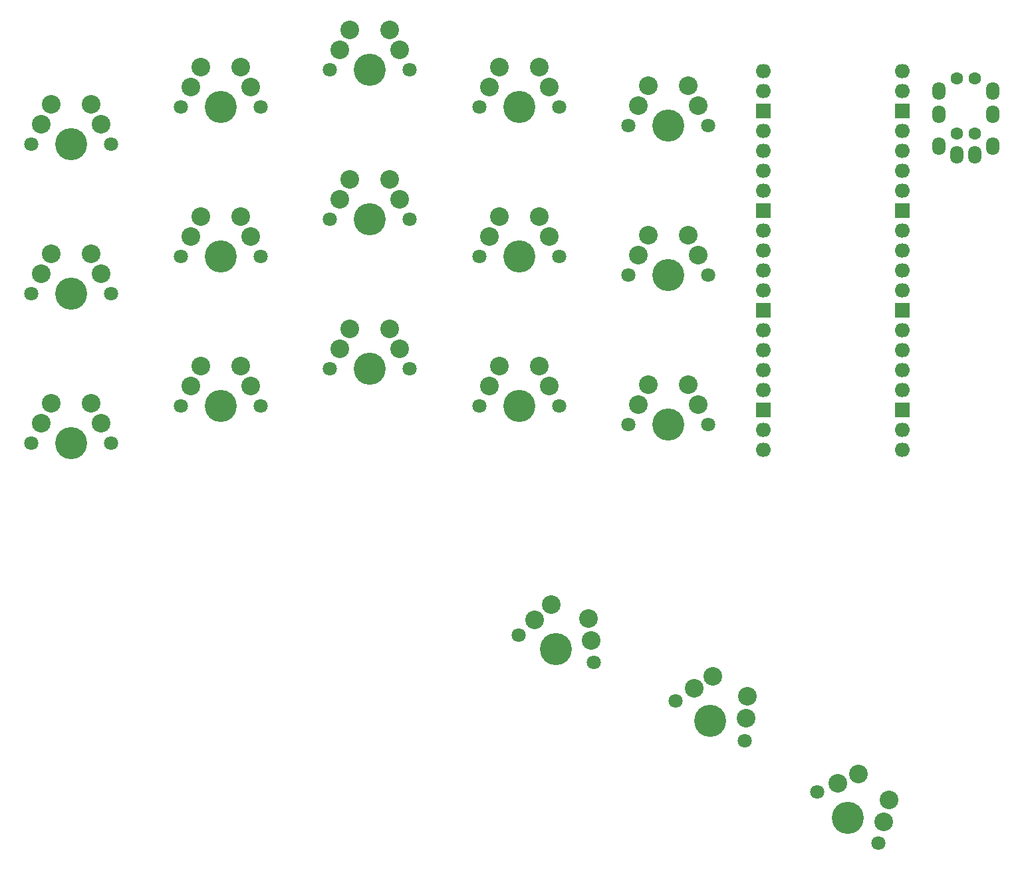
<source format=gbs>
%TF.GenerationSoftware,KiCad,Pcbnew,7.0.1*%
%TF.CreationDate,2023-03-26T00:05:19-04:00*%
%TF.ProjectId,giraffe36_pcb_routed,67697261-6666-4653-9336-5f7063625f72,v1.0.0*%
%TF.SameCoordinates,Original*%
%TF.FileFunction,Soldermask,Bot*%
%TF.FilePolarity,Negative*%
%FSLAX46Y46*%
G04 Gerber Fmt 4.6, Leading zero omitted, Abs format (unit mm)*
G04 Created by KiCad (PCBNEW 7.0.1) date 2023-03-26 00:05:19*
%MOMM*%
%LPD*%
G01*
G04 APERTURE LIST*
G04 Aperture macros list*
%AMRoundRect*
0 Rectangle with rounded corners*
0 $1 Rounding radius*
0 $2 $3 $4 $5 $6 $7 $8 $9 X,Y pos of 4 corners*
0 Add a 4 corners polygon primitive as box body*
4,1,4,$2,$3,$4,$5,$6,$7,$8,$9,$2,$3,0*
0 Add four circle primitives for the rounded corners*
1,1,$1+$1,$2,$3*
1,1,$1+$1,$4,$5*
1,1,$1+$1,$6,$7*
1,1,$1+$1,$8,$9*
0 Add four rect primitives between the rounded corners*
20,1,$1+$1,$2,$3,$4,$5,0*
20,1,$1+$1,$4,$5,$6,$7,0*
20,1,$1+$1,$6,$7,$8,$9,0*
20,1,$1+$1,$8,$9,$2,$3,0*%
G04 Aperture macros list end*
%ADD10C,1.801800*%
%ADD11C,4.087800*%
%ADD12C,2.386000*%
%ADD13O,1.940000X1.800000*%
%ADD14RoundRect,0.050000X-0.920000X-0.850000X0.920000X-0.850000X0.920000X0.850000X-0.920000X0.850000X0*%
%ADD15C,1.600000*%
%ADD16O,1.700000X2.300000*%
G04 APERTURE END LIST*
D10*
%TO.C,S7*%
X185320000Y-142875000D03*
D11*
X190400000Y-142875000D03*
D10*
X195480000Y-142875000D03*
D12*
X187860000Y-137795000D03*
X192940000Y-137795000D03*
X186590000Y-140335000D03*
X194210000Y-140335000D03*
%TD*%
D13*
%TO.C,U0*%
X240535000Y-104933750D03*
X240535000Y-107473750D03*
D14*
X240535000Y-110013750D03*
D13*
X240535000Y-112553750D03*
X240535000Y-115093750D03*
X240535000Y-117633750D03*
X240535000Y-120173750D03*
D14*
X240535000Y-122713750D03*
D13*
X240535000Y-125253750D03*
X240535000Y-127793750D03*
X240535000Y-130333750D03*
X240535000Y-132873750D03*
D14*
X240535000Y-135413750D03*
D13*
X240535000Y-137953750D03*
X240535000Y-140493750D03*
X240535000Y-143033750D03*
X240535000Y-145573750D03*
D14*
X240535000Y-148113750D03*
D13*
X240535000Y-150653750D03*
X240535000Y-153193750D03*
X258175000Y-153193750D03*
X258175000Y-150653750D03*
D14*
X258175000Y-148113750D03*
D13*
X258175000Y-145573750D03*
X258175000Y-143033750D03*
X258175000Y-140493750D03*
X258175000Y-137953750D03*
D14*
X258175000Y-135413750D03*
D13*
X258175000Y-132873750D03*
X258175000Y-130333750D03*
X258175000Y-127793750D03*
X258175000Y-125253750D03*
D14*
X258175000Y-122713750D03*
D13*
X258175000Y-120173750D03*
X258175000Y-117633750D03*
X258175000Y-115093750D03*
X258175000Y-112553750D03*
D14*
X258175000Y-110013750D03*
D13*
X258175000Y-107473750D03*
X258175000Y-104933750D03*
%TD*%
D10*
%TO.C,S12*%
X204320000Y-109537500D03*
D11*
X209400000Y-109537500D03*
D10*
X214480000Y-109537500D03*
D12*
X206860000Y-104457500D03*
X211940000Y-104457500D03*
X205590000Y-106997500D03*
X213210000Y-106997500D03*
%TD*%
D10*
%TO.C,S11*%
X204320000Y-128587500D03*
D11*
X209400000Y-128587500D03*
D10*
X214480000Y-128587500D03*
D12*
X206860000Y-123507500D03*
X211940000Y-123507500D03*
X205590000Y-126047500D03*
X213210000Y-126047500D03*
%TD*%
D10*
%TO.C,S15*%
X223320000Y-111918750D03*
D11*
X228400000Y-111918750D03*
D10*
X233480000Y-111918750D03*
D12*
X225860000Y-106838750D03*
X230940000Y-106838750D03*
X224590000Y-109378750D03*
X232210000Y-109378750D03*
%TD*%
D10*
%TO.C,S2*%
X147320000Y-133350000D03*
D11*
X152400000Y-133350000D03*
D10*
X157480000Y-133350000D03*
D12*
X149860000Y-128270000D03*
X154940000Y-128270000D03*
X148590000Y-130810000D03*
X156210000Y-130810000D03*
%TD*%
D10*
%TO.C,S18*%
X247376943Y-196824446D03*
D11*
X251268449Y-200089807D03*
D10*
X255159955Y-203355168D03*
D12*
X252588057Y-194565621D03*
X256479563Y-197830982D03*
X249982500Y-195695033D03*
X255819759Y-200593075D03*
%TD*%
D10*
%TO.C,S9*%
X185320000Y-104775000D03*
D11*
X190400000Y-104775000D03*
D10*
X195480000Y-104775000D03*
D12*
X187860000Y-99695000D03*
X192940000Y-99695000D03*
X186590000Y-102235000D03*
X194210000Y-102235000D03*
%TD*%
D10*
%TO.C,S3*%
X147320000Y-114300000D03*
D11*
X152400000Y-114300000D03*
D10*
X157480000Y-114300000D03*
D12*
X149860000Y-109220000D03*
X154940000Y-109220000D03*
X148590000Y-111760000D03*
X156210000Y-111760000D03*
%TD*%
D10*
%TO.C,S6*%
X166320000Y-109537500D03*
D11*
X171400000Y-109537500D03*
D10*
X176480000Y-109537500D03*
D12*
X168860000Y-104457500D03*
X173940000Y-104457500D03*
X167590000Y-106997500D03*
X175210000Y-106997500D03*
%TD*%
D10*
%TO.C,S10*%
X204320000Y-147637500D03*
D11*
X209400000Y-147637500D03*
D10*
X214480000Y-147637500D03*
D12*
X206860000Y-142557500D03*
X211940000Y-142557500D03*
X205590000Y-145097500D03*
X213210000Y-145097500D03*
%TD*%
D10*
%TO.C,S13*%
X223320000Y-150018750D03*
D11*
X228400000Y-150018750D03*
D10*
X233480000Y-150018750D03*
D12*
X225860000Y-144938750D03*
X230940000Y-144938750D03*
X224590000Y-147478750D03*
X232210000Y-147478750D03*
%TD*%
D10*
%TO.C,S5*%
X166320000Y-128587500D03*
D11*
X171400000Y-128587500D03*
D10*
X176480000Y-128587500D03*
D12*
X168860000Y-123507500D03*
X173940000Y-123507500D03*
X167590000Y-126047500D03*
X175210000Y-126047500D03*
%TD*%
D10*
%TO.C,S16*%
X209338861Y-176856288D03*
D11*
X214112500Y-178593750D03*
D10*
X218886139Y-180331212D03*
D12*
X213463143Y-172951380D03*
X218236782Y-174688843D03*
X211401002Y-174903834D03*
X218561460Y-177510027D03*
%TD*%
D10*
%TO.C,S4*%
X166320000Y-147637500D03*
D11*
X171400000Y-147637500D03*
D10*
X176480000Y-147637500D03*
D12*
X168860000Y-142557500D03*
X173940000Y-142557500D03*
X167590000Y-145097500D03*
X175210000Y-145097500D03*
%TD*%
D15*
%TO.C,TRRS1*%
X265152500Y-105898750D03*
X265152500Y-112898750D03*
X267452500Y-105898750D03*
X267452500Y-112898750D03*
D16*
X265152500Y-115598750D03*
X267452500Y-115598750D03*
X262852500Y-114498750D03*
X269752500Y-114498750D03*
X262852500Y-110498750D03*
X269752500Y-110498750D03*
X262852500Y-107498750D03*
X269752500Y-107498750D03*
%TD*%
D10*
%TO.C,S14*%
X223320000Y-130968750D03*
D11*
X228400000Y-130968750D03*
D10*
X233480000Y-130968750D03*
D12*
X225860000Y-125888750D03*
X230940000Y-125888750D03*
X224590000Y-128428750D03*
X232210000Y-128428750D03*
%TD*%
D10*
%TO.C,S17*%
X229327543Y-185218217D03*
D11*
X233726952Y-187758217D03*
D10*
X238126361Y-190298217D03*
D12*
X234067247Y-182088808D03*
X238466657Y-184628808D03*
X231697395Y-183653512D03*
X238296509Y-187463512D03*
%TD*%
D10*
%TO.C,S1*%
X147320000Y-152400000D03*
D11*
X152400000Y-152400000D03*
D10*
X157480000Y-152400000D03*
D12*
X149860000Y-147320000D03*
X154940000Y-147320000D03*
X148590000Y-149860000D03*
X156210000Y-149860000D03*
%TD*%
D10*
%TO.C,S8*%
X185320000Y-123825000D03*
D11*
X190400000Y-123825000D03*
D10*
X195480000Y-123825000D03*
D12*
X187860000Y-118745000D03*
X192940000Y-118745000D03*
X186590000Y-121285000D03*
X194210000Y-121285000D03*
%TD*%
M02*

</source>
